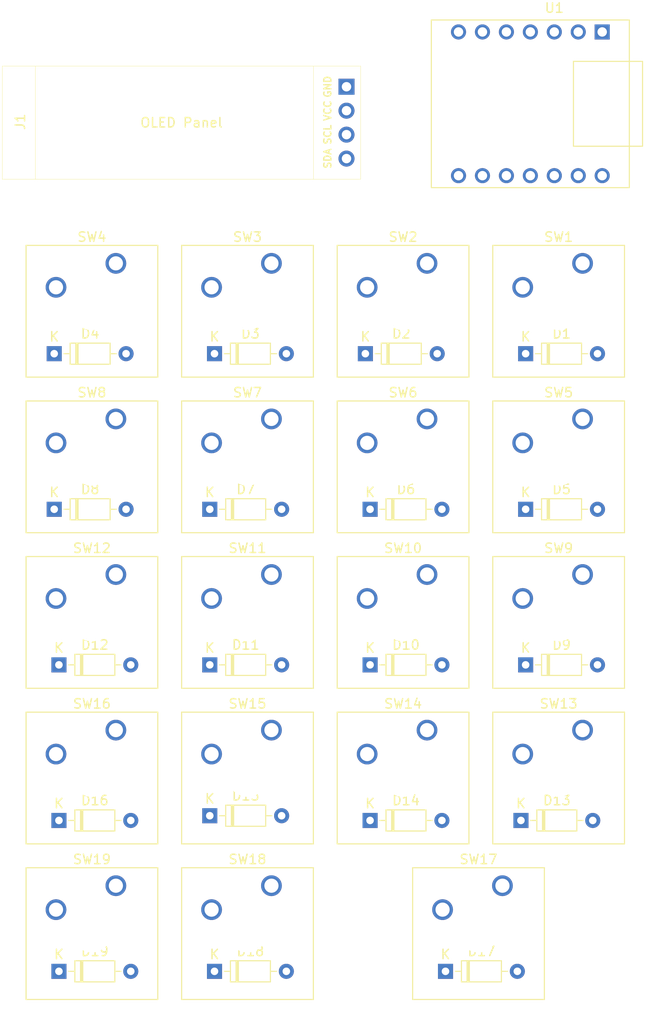
<source format=kicad_pcb>
(kicad_pcb (version 20240108) (generator "pcbnew") (generator_version "8.0")
  (layers (0 "F.Cu" signal) (31 "B.Cu" signal) (34 "B.Paste" user) (35 "F.Paste" user) (36 "B.SilkS" user "B.Silkscreen") (37 "F.SilkS" user "F.Silkscreen") (38 "B.Mask" user) (39 "F.Mask" user) (44 "Edge.Cuts" user))
  (net 0 "")
  (net 1 "Net-(D1-A)")
  (net 2 "row 1")
  (net 3 "Net-(D2-A)")
  (net 4 "Net-(D3-A)")
  (net 5 "Net-(D4-A)")
  (net 6 "Net-(D5-A)")
  (net 7 "row 2")
  (net 8 "Net-(D6-A)")
  (net 9 "Net-(D7-A)")
  (net 10 "Net-(D8-A)")
  (net 11 "Net-(D9-A)")
  (net 12 "row 3")
  (net 13 "Net-(D10-A)")
  (net 14 "row 4")
  (net 15 "Net-(D11-A)")
  (net 16 "Net-(D12-A)")
  (net 17 "Net-(D13-A)")
  (net 18 "Net-(D14-A)")
  (net 19 "Net-(D15-A)")
  (net 20 "Net-(D16-A)")
  (net 21 "row 5")
  (net 22 "Net-(D17-A)")
  (net 23 "Net-(D18-A)")
  (net 24 "Net-(D19-A)")
  (net 25 "SCL")
  (net 26 "SDA")
  (net 27 "VCC")
  (net 28 "GND")
  (net 29 "col 1")
  (net 30 "col 2")
  (net 31 "col 3")
  (net 32 "col 4")
  (footprint "Diode_THT:D_DO-35_SOD27_P7.62mm_Horizontal" (layer "F.Cu") (at 222 65)
    (property "Reference" "D8" (at 3.81 -2.12 0) (layer "F.SilkS"))
    (property "Value" "1N4148")
    (fp_line (start 1.04 0) (end 1.69 0) (stroke (width 0.12)) (layer "F.SilkS"))
    (fp_line (start 1.69 -1.12) (end 1.69 1.12) (stroke (width 0.12)) (layer "F.SilkS"))
    (fp_line (start 1.69 1.12) (end 5.93 1.12) (stroke (width 0.12)) (layer "F.SilkS"))
    (fp_line (start 2.29 -1.12) (end 2.29 1.12) (stroke (width 0.12)) (layer "F.SilkS"))
    (fp_line (start 2.41 -1.12) (end 2.41 1.12) (stroke (width 0.12)) (layer "F.SilkS"))
    (fp_line (start 2.53 -1.12) (end 2.53 1.12) (stroke (width 0.12)) (layer "F.SilkS"))
    (fp_line (start 5.93 -1.12) (end 1.69 -1.12) (stroke (width 0.12)) (layer "F.SilkS"))
    (fp_line (start 5.93 1.12) (end 5.93 -1.12) (stroke (width 0.12)) (layer "F.SilkS"))
    (fp_line (start 6.58 0) (end 5.93 0) (stroke (width 0.12)) (layer "F.SilkS"))
    (fp_text user "K" (at 0 -1.8 0) (layer "F.SilkS"))
    (pad "1" thru_hole rect (at 0 0) (size 1.6 1.6) (drill 0.8) (layers "*.Cu" "*.Mask") (net 7 "row 2"))
    (pad "2" thru_hole oval (at 7.62 0) (size 1.6 1.6) (drill 0.8) (layers "*.Cu" "*.Mask") (net 10 "Net-(D8-A)"))
  )
  (footprint "Diode_THT:D_DO-35_SOD27_P7.62mm_Horizontal" (layer "F.Cu") (at 222 48.5)
    (property "Reference" "D4" (at 3.81 -2.12 0) (layer "F.SilkS"))
    (property "Value" "1N4148")
    (fp_line (start 1.04 0) (end 1.69 0) (stroke (width 0.12)) (layer "F.SilkS"))
    (fp_line (start 1.69 -1.12) (end 1.69 1.12) (stroke (width 0.12)) (layer "F.SilkS"))
    (fp_line (start 1.69 1.12) (end 5.93 1.12) (stroke (width 0.12)) (layer "F.SilkS"))
    (fp_line (start 2.29 -1.12) (end 2.29 1.12) (stroke (width 0.12)) (layer "F.SilkS"))
    (fp_line (start 2.41 -1.12) (end 2.41 1.12) (stroke (width 0.12)) (layer "F.SilkS"))
    (fp_line (start 2.53 -1.12) (end 2.53 1.12) (stroke (width 0.12)) (layer "F.SilkS"))
    (fp_line (start 5.93 -1.12) (end 1.69 -1.12) (stroke (width 0.12)) (layer "F.SilkS"))
    (fp_line (start 5.93 1.12) (end 5.93 -1.12) (stroke (width 0.12)) (layer "F.SilkS"))
    (fp_line (start 6.58 0) (end 5.93 0) (stroke (width 0.12)) (layer "F.SilkS"))
    (fp_text user "K" (at 0 -1.8 0) (layer "F.SilkS"))
    (pad "1" thru_hole rect (at 0 0) (size 1.6 1.6) (drill 0.8) (layers "*.Cu" "*.Mask") (net 2 "row 1"))
    (pad "2" thru_hole oval (at 7.62 0) (size 1.6 1.6) (drill 0.8) (layers "*.Cu" "*.Mask") (net 5 "Net-(D4-A)"))
  )
  (footprint "Diode_THT:D_DO-35_SOD27_P7.62mm_Horizontal" (layer "F.Cu") (at 272 65)
    (property "Reference" "D5" (at 3.81 -2.12 0) (layer "F.SilkS"))
    (property "Value" "1N4148")
    (fp_line (start 1.04 0) (end 1.69 0) (stroke (width 0.12)) (layer "F.SilkS"))
    (fp_line (start 1.69 -1.12) (end 1.69 1.12) (stroke (width 0.12)) (layer "F.SilkS"))
    (fp_line (start 1.69 1.12) (end 5.93 1.12) (stroke (width 0.12)) (layer "F.SilkS"))
    (fp_line (start 2.29 -1.12) (end 2.29 1.12) (stroke (width 0.12)) (layer "F.SilkS"))
    (fp_line (start 2.41 -1.12) (end 2.41 1.12) (stroke (width 0.12)) (layer "F.SilkS"))
    (fp_line (start 2.53 -1.12) (end 2.53 1.12) (stroke (width 0.12)) (layer "F.SilkS"))
    (fp_line (start 5.93 -1.12) (end 1.69 -1.12) (stroke (width 0.12)) (layer "F.SilkS"))
    (fp_line (start 5.93 1.12) (end 5.93 -1.12) (stroke (width 0.12)) (layer "F.SilkS"))
    (fp_line (start 6.58 0) (end 5.93 0) (stroke (width 0.12)) (layer "F.SilkS"))
    (fp_text user "K" (at 0 -1.8 0) (layer "F.SilkS"))
    (pad "1" thru_hole rect (at 0 0) (size 1.6 1.6) (drill 0.8) (layers "*.Cu" "*.Mask") (net 7 "row 2"))
    (pad "2" thru_hole oval (at 7.62 0) (size 1.6 1.6) (drill 0.8) (layers "*.Cu" "*.Mask") (net 6 "Net-(D5-A)"))
  )
  (footprint "Button_Switch_Keyboard:SW_Cherry_MX_1.00u_PCB" (layer "F.Cu") (at 228.54 71.92)
    (property "Reference" "SW12" (at -2.54 -2.794 360) (layer "F.SilkS"))
    (property "Value" "SW_Push")
    (fp_line (start -9.525 -1.905) (end 4.445 -1.905) (stroke (width 0.12)) (layer "F.SilkS"))
    (fp_line (start -9.525 12.065) (end -9.525 -1.905) (stroke (width 0.12)) (layer "F.SilkS"))
    (fp_line (start 4.445 -1.905) (end 4.445 12.065) (stroke (width 0.12)) (layer "F.SilkS"))
    (fp_line (start 4.445 12.065) (end -9.525 12.065) (stroke (width 0.12)) (layer "F.SilkS"))
    (pad "" np_thru_hole circle (at -7.62 5.08) (size 1.7 1.7) (drill 1.7) (layers "*.Cu" "*.Mask"))
    (pad "" np_thru_hole circle (at -2.54 5.08) (size 4 4) (drill 4) (layers "*.Cu" "*.Mask"))
    (pad "" np_thru_hole circle (at 2.54 5.08) (size 1.7 1.7) (drill 1.7) (layers "*.Cu" "*.Mask"))
    (pad "1" thru_hole circle (at 0 0) (size 2.2 2.2) (drill 1.5) (layers "*.Cu" "*.Mask") (net 30 "col 2"))
    (pad "2" thru_hole circle (at -6.35 2.54) (size 2.2 2.2) (drill 1.5) (layers "*.Cu" "*.Mask") (net 16 "Net-(D12-A)"))
  )
  (footprint "Diode_THT:D_DO-35_SOD27_P7.62mm_Horizontal" (layer "F.Cu") (at 238.5 81.5)
    (property "Reference" "D11" (at 3.81 -2.12 0) (layer "F.SilkS"))
    (property "Value" "1N4148")
    (fp_line (start 1.04 0) (end 1.69 0) (stroke (width 0.12)) (layer "F.SilkS"))
    (fp_line (start 1.69 -1.12) (end 1.69 1.12) (stroke (width 0.12)) (layer "F.SilkS"))
    (fp_line (start 1.69 1.12) (end 5.93 1.12) (stroke (width 0.12)) (layer "F.SilkS"))
    (fp_line (start 2.29 -1.12) (end 2.29 1.12) (stroke (width 0.12)) (layer "F.SilkS"))
    (fp_line (start 2.41 -1.12) (end 2.41 1.12) (stroke (width 0.12)) (layer "F.SilkS"))
    (fp_line (start 2.53 -1.12) (end 2.53 1.12) (stroke (width 0.12)) (layer "F.SilkS"))
    (fp_line (start 5.93 -1.12) (end 1.69 -1.12) (stroke (width 0.12)) (layer "F.SilkS"))
    (fp_line (start 5.93 1.12) (end 5.93 -1.12) (stroke (width 0.12)) (layer "F.SilkS"))
    (fp_line (start 6.58 0) (end 5.93 0) (stroke (width 0.12)) (layer "F.SilkS"))
    (fp_text user "K" (at 0 -1.8 0) (layer "F.SilkS"))
    (pad "1" thru_hole rect (at 0 0) (size 1.6 1.6) (drill 0.8) (layers "*.Cu" "*.Mask") (net 12 "row 3"))
    (pad "2" thru_hole oval (at 7.62 0) (size 1.6 1.6) (drill 0.8) (layers "*.Cu" "*.Mask") (net 15 "Net-(D11-A)"))
  )
  (footprint "Seeeduino-xiao-rp2040-KiCAD-Library:MOUDLE14P-2.54-21X17.8MM" (layer "F.Cu") (at 272.5 22)
    (property "Reference" "U1" (at 2.54 -10.16 0) (layer "F.SilkS"))
    (property "Value" "SEEED-XIAO")
    (fp_rect (start -10.5 -8.89) (end 10.5 8.89) (stroke (width 0.12)) (fill none) (layer "F.SilkS"))
    (fp_rect (start 4.57 -4.5) (end 11.9 4.5) (stroke (width 0.12)) (fill none) (layer "F.SilkS"))
    (pad "1" thru_hole rect (at 7.62 -7.62) (size 1.6 1.6) (drill 1) (layers "*.Cu" "*.Mask") (net 25 "SCL"))
    (pad "2" thru_hole circle (at 5.08 -7.62) (size 1.6 1.6) (drill 1) (layers "*.Cu" "*.Mask") (net 29 "col 1"))
    (pad "3" thru_hole circle (at 2.54 -7.62) (size 1.6 1.6) (drill 1) (layers "*.Cu" "*.Mask") (net 30 "col 2"))
    (pad "4" thru_hole circle (at 0 -7.62) (size 1.6 1.6) (drill 1) (layers "*.Cu" "*.Mask") (net 31 "col 3"))
    (pad "5" thru_hole circle (at -2.54 -7.62) (size 1.6 1.6) (drill 1) (layers "*.Cu" "*.Mask") (net 32 "col 4"))
    (pad "6" thru_hole circle (at -5.08 -7.62) (size 1.6 1.6) (drill 1) (layers "*.Cu" "*.Mask") (net 2 "row 1"))
    (pad "7" thru_hole circle (at -7.62 -7.62) (size 1.6 1.6) (drill 1) (layers "*.Cu" "*.Mask") (net 7 "row 2"))
    (pad "8" thru_hole circle (at -7.62 7.62) (size 1.6 1.6) (drill 1) (layers "*.Cu" "*.Mask") (net 27 "VCC"))
    (pad "9" thru_hole circle (at -5.08 7.62) (size 1.6 1.6) (drill 1) (layers "*.Cu" "*.Mask") (net 28 "GND"))
    (pad "10" thru_hole circle (at -2.54 7.62) (size 1.6 1.6) (drill 1) (layers "*.Cu" "*.Mask") (net 27 "VCC"))
    (pad "11" thru_hole circle (at 0 7.62) (size 1.6 1.6) (drill 1) (layers "*.Cu" "*.Mask") (net 26 "SDA"))
    (pad "12" thru_hole circle (at 2.54 7.62) (size 1.6 1.6) (drill 1) (layers "*.Cu" "*.Mask") (net 21 "row 5"))
    (pad "13" thru_hole circle (at 5.08 7.62) (size 1.6 1.6) (drill 1) (layers "*.Cu" "*.Mask") (net 14 "row 4"))
    (pad "14" thru_hole circle (at 7.62 7.62) (size 1.6 1.6) (drill 1) (layers "*.Cu" "*.Mask") (net 12 "row 3"))
  )
  (footprint "Button_Switch_Keyboard:SW_Cherry_MX_1.00u_PCB" (layer "F.Cu") (at 245.04 38.92)
    (property "Reference" "SW3" (at -2.54 -2.794 360) (layer "F.SilkS"))
    (property "Value" "SW_Push")
    (fp_line (start -9.525 -1.905) (end 4.445 -1.905) (stroke (width 0.12)) (layer "F.SilkS"))
    (fp_line (start -9.525 12.065) (end -9.525 -1.905) (stroke (width 0.12)) (layer "F.SilkS"))
    (fp_line (start 4.445 -1.905) (end 4.445 12.065) (stroke (width 0.12)) (layer "F.SilkS"))
    (fp_line (start 4.445 12.065) (end -9.525 12.065) (stroke (width 0.12)) (layer "F.SilkS"))
    (pad "" np_thru_hole circle (at -7.62 5.08) (size 1.7 1.7) (drill 1.7) (layers "*.Cu" "*.Mask"))
    (pad "" np_thru_hole circle (at -2.54 5.08) (size 4 4) (drill 4) (layers "*.Cu" "*.Mask"))
    (pad "" np_thru_hole circle (at 2.54 5.08) (size 1.7 1.7) (drill 1.7) (layers "*.Cu" "*.Mask"))
    (pad "1" thru_hole circle (at 0 0) (size 2.2 2.2) (drill 1.5) (layers "*.Cu" "*.Mask") (net 31 "col 3"))
    (pad "2" thru_hole circle (at -6.35 2.54) (size 2.2 2.2) (drill 1.5) (layers "*.Cu" "*.Mask") (net 4 "Net-(D3-A)"))
  )
  (footprint "Diode_THT:D_DO-35_SOD27_P7.62mm_Horizontal" (layer "F.Cu") (at 272 48.5)
    (property "Reference" "D1" (at 3.81 -2.12 0) (layer "F.SilkS"))
    (property "Value" "1N4148")
    (fp_line (start 1.04 0) (end 1.69 0) (stroke (width 0.12)) (layer "F.SilkS"))
    (fp_line (start 1.69 -1.12) (end 1.69 1.12) (stroke (width 0.12)) (layer "F.SilkS"))
    (fp_line (start 1.69 1.12) (end 5.93 1.12) (stroke (width 0.12)) (layer "F.SilkS"))
    (fp_line (start 2.29 -1.12) (end 2.29 1.12) (stroke (width 0.12)) (layer "F.SilkS"))
    (fp_line (start 2.41 -1.12) (end 2.41 1.12) (stroke (width 0.12)) (layer "F.SilkS"))
    (fp_line (start 2.53 -1.12) (end 2.53 1.12) (stroke (width 0.12)) (layer "F.SilkS"))
    (fp_line (start 5.93 -1.12) (end 1.69 -1.12) (stroke (width 0.12)) (layer "F.SilkS"))
    (fp_line (start 5.93 1.12) (end 5.93 -1.12) (stroke (width 0.12)) (layer "F.SilkS"))
    (fp_line (start 6.58 0) (end 5.93 0) (stroke (width 0.12)) (layer "F.SilkS"))
    (fp_text user "K" (at 0 -1.8 0) (layer "F.SilkS"))
    (pad "1" thru_hole rect (at 0 0) (size 1.6 1.6) (drill 0.8) (layers "*.Cu" "*.Mask") (net 2 "row 1"))
    (pad "2" thru_hole oval (at 7.62 0) (size 1.6 1.6) (drill 0.8) (layers "*.Cu" "*.Mask") (net 1 "Net-(D1-A)"))
  )
  (footprint "Button_Switch_Keyboard:SW_Cherry_MX_1.00u_PCB" (layer "F.Cu") (at 261.54 88.42)
    (property "Reference" "SW14" (at -2.54 -2.794 360) (layer "F.SilkS"))
    (property "Value" "SW_Push")
    (fp_line (start -9.525 -1.905) (end 4.445 -1.905) (stroke (width 0.12)) (layer "F.SilkS"))
    (fp_line (start -9.525 12.065) (end -9.525 -1.905) (stroke (width 0.12)) (layer "F.SilkS"))
    (fp_line (start 4.445 -1.905) (end 4.445 12.065) (stroke (width 0.12)) (layer "F.SilkS"))
    (fp_line (start 4.445 12.065) (end -9.525 12.065) (stroke (width 0.12)) (layer "F.SilkS"))
    (pad "" np_thru_hole circle (at -7.62 5.08) (size 1.7 1.7) (drill 1.7) (layers "*.Cu" "*.Mask"))
    (pad "" np_thru_hole circle (at -2.54 5.08) (size 4 4) (drill 4) (layers "*.Cu" "*.Mask"))
    (pad "" np_thru_hole circle (at 2.54 5.08) (size 1.7 1.7) (drill 1.7) (layers "*.Cu" "*.Mask"))
    (pad "1" thru_hole circle (at 0 0) (size 2.2 2.2) (drill 1.5) (layers "*.Cu" "*.Mask") (net 31 "col 3"))
    (pad "2" thru_hole circle (at -6.35 2.54) (size 2.2 2.2) (drill 1.5) (layers "*.Cu" "*.Mask") (net 18 "Net-(D14-A)"))
  )
  (footprint "Diode_THT:D_DO-35_SOD27_P7.62mm_Horizontal" (layer "F.Cu") (at 239 48.5)
    (property "Reference" "D3" (at 3.81 -2.12 0) (layer "F.SilkS"))
    (property "Value" "1N4148")
    (fp_line (start 1.04 0) (end 1.69 0) (stroke (width 0.12)) (layer "F.SilkS"))
    (fp_line (start 1.69 -1.12) (end 1.69 1.12) (stroke (width 0.12)) (layer "F.SilkS"))
    (fp_line (start 1.69 1.12) (end 5.93 1.12) (stroke (width 0.12)) (layer "F.SilkS"))
    (fp_line (start 2.29 -1.12) (end 2.29 1.12) (stroke (width 0.12)) (layer "F.SilkS"))
    (fp_line (start 2.41 -1.12) (end 2.41 1.12) (stroke (width 0.12)) (layer "F.SilkS"))
    (fp_line (start 2.53 -1.12) (end 2.53 1.12) (stroke (width 0.12)) (layer "F.SilkS"))
    (fp_line (start 5.93 -1.12) (end 1.69 -1.12) (stroke (width 0.12)) (layer "F.SilkS"))
    (fp_line (start 5.93 1.12) (end 5.93 -1.12) (stroke (width 0.12)) (layer "F.SilkS"))
    (fp_line (start 6.58 0) (end 5.93 0) (stroke (width 0.12)) (layer "F.SilkS"))
    (fp_text user "K" (at 0 -1.8 0) (layer "F.SilkS"))
    (pad "1" thru_hole rect (at 0 0) (size 1.6 1.6) (drill 0.8) (layers "*.Cu" "*.Mask") (net 2 "row 1"))
    (pad "2" thru_hole oval (at 7.62 0) (size 1.6 1.6) (drill 0.8) (layers "*.Cu" "*.Mask") (net 4 "Net-(D3-A)"))
  )
  (footprint "Button_Switch_Keyboard:SW_Cherry_MX_1.00u_PCB" (layer "F.Cu") (at 269.54 104.92)
    (property "Reference" "SW17" (at -2.54 -2.794 360) (layer "F.SilkS"))
    (property "Value" "SW_Push")
    (fp_line (start -9.525 -1.905) (end 4.445 -1.905) (stroke (width 0.12)) (layer "F.SilkS"))
    (fp_line (start -9.525 12.065) (end -9.525 -1.905) (stroke (width 0.12)) (layer "F.SilkS"))
    (fp_line (start 4.445 -1.905) (end 4.445 12.065) (stroke (width 0.12)) (layer "F.SilkS"))
    (fp_line (start 4.445 12.065) (end -9.525 12.065) (stroke (width 0.12)) (layer "F.SilkS"))
    (pad "" np_thru_hole circle (at -7.62 5.08) (size 1.7 1.7) (drill 1.7) (layers "*.Cu" "*.Mask"))
    (pad "" np_thru_hole circle (at -2.54 5.08) (size 4 4) (drill 4) (layers "*.Cu" "*.Mask"))
    (pad "" np_thru_hole circle (at 2.54 5.08) (size 1.7 1.7) (drill 1.7) (layers "*.Cu" "*.Mask"))
    (pad "1" thru_hole circle (at 0 0) (size 2.2 2.2) (drill 1.5) (layers "*.Cu" "*.Mask") (net 29 "col 1"))
    (pad "2" thru_hole circle (at -6.35 2.54) (size 2.2 2.2) (drill 1.5) (layers "*.Cu" "*.Mask") (net 22 "Net-(D17-A)"))
  )
  (footprint "Button_Switch_Keyboard:SW_Cherry_MX_1.00u_PCB" (layer "F.Cu") (at 261.54 38.92)
    (property "Reference" "SW2" (at -2.54 -2.794 360) (layer "F.SilkS"))
    (property "Value" "SW_Push")
    (fp_line (start -9.525 -1.905) (end 4.445 -1.905) (stroke (width 0.12)) (layer "F.SilkS"))
    (fp_line (start -9.525 12.065) (end -9.525 -1.905) (stroke (width 0.12)) (layer "F.SilkS"))
    (fp_line (start 4.445 -1.905) (end 4.445 12.065) (stroke (width 0.12)) (layer "F.SilkS"))
    (fp_line (start 4.445 12.065) (end -9.525 12.065) (stroke (width 0.12)) (layer "F.SilkS"))
    (pad "" np_thru_hole circle (at -7.62 5.08) (size 1.7 1.7) (drill 1.7) (layers "*.Cu" "*.Mask"))
    (pad "" np_thru_hole circle (at -2.54 5.08) (size 4 4) (drill 4) (layers "*.Cu" "*.Mask"))
    (pad "" np_thru_hole circle (at 2.54 5.08) (size 1.7 1.7) (drill 1.7) (layers "*.Cu" "*.Mask"))
    (pad "1" thru_hole circle (at 0 0) (size 2.2 2.2) (drill 1.5) (layers "*.Cu" "*.Mask") (net 30 "col 2"))
    (pad "2" thru_hole circle (at -6.35 2.54) (size 2.2 2.2) (drill 1.5) (layers "*.Cu" "*.Mask") (net 3 "Net-(D2-A)"))
  )
  (footprint "Button_Switch_Keyboard:SW_Cherry_MX_1.00u_PCB" (layer "F.Cu") (at 245.04 55.42)
    (property "Reference" "SW7" (at -2.54 -2.794 360) (layer "F.SilkS"))
    (property "Value" "SW_Push")
    (fp_line (start -9.525 -1.905) (end 4.445 -1.905) (stroke (width 0.12)) (layer "F.SilkS"))
    (fp_line (start -9.525 12.065) (end -9.525 -1.905) (stroke (width 0.12)) (layer "F.SilkS"))
    (fp_line (start 4.445 -1.905) (end 4.445 12.065) (stroke (width 0.12)) (layer "F.SilkS"))
    (fp_line (start 4.445 12.065) (end -9.525 12.065) (stroke (width 0.12)) (layer "F.SilkS"))
    (pad "" np_thru_hole circle (at -7.62 5.08) (size 1.7 1.7) (drill 1.7) (layers "*.Cu" "*.Mask"))
    (pad "" np_thru_hole circle (at -2.54 5.08) (size 4 4) (drill 4) (layers "*.Cu" "*.Mask"))
    (pad "" np_thru_hole circle (at 2.54 5.08) (size 1.7 1.7) (drill 1.7) (layers "*.Cu" "*.Mask"))
    (pad "1" thru_hole circle (at 0 0) (size 2.2 2.2) (drill 1.5) (layers "*.Cu" "*.Mask") (net 31 "col 3"))
    (pad "2" thru_hole circle (at -6.35 2.54) (size 2.2 2.2) (drill 1.5) (layers "*.Cu" "*.Mask") (net 9 "Net-(D7-A)"))
  )
  (footprint "Button_Switch_Keyboard:SW_Cherry_MX_1.00u_PCB" (layer "F.Cu") (at 245.04 104.92)
    (property "Reference" "SW18" (at -2.54 -2.794 360) (layer "F.SilkS"))
    (property "Value" "SW_Push")
    (fp_line (start -9.525 -1.905) (end 4.445 -1.905) (stroke (width 0.12)) (layer "F.SilkS"))
    (fp_line (start -9.525 12.065) (end -9.525 -1.905) (stroke (width 0.12)) (layer "F.SilkS"))
    (fp_line (start 4.445 -1.905) (end 4.445 12.065) (stroke (width 0.12)) (layer "F.SilkS"))
    (fp_line (start 4.445 12.065) (end -9.525 12.065) (stroke (width 0.12)) (layer "F.SilkS"))
    (pad "" np_thru_hole circle (at -7.62 5.08) (size 1.7 1.7) (drill 1.7) (layers "*.Cu" "*.Mask"))
    (pad "" np_thru_hole circle (at -2.54 5.08) (size 4 4) (drill 4) (layers "*.Cu" "*.Mask"))
    (pad "" np_thru_hole circle (at 2.54 5.08) (size 1.7 1.7) (drill 1.7) (layers "*.Cu" "*.Mask"))
    (pad "1" thru_hole circle (at 0 0) (size 2.2 2.2) (drill 1.5) (layers "*.Cu" "*.Mask") (net 30 "col 2"))
    (pad "2" thru_hole circle (at -6.35 2.54) (size 2.2 2.2) (drill 1.5) (layers "*.Cu" "*.Mask") (net 23 "Net-(D18-A)"))
  )
  (footprint "Diode_THT:D_DO-35_SOD27_P7.62mm_Horizontal" (layer "F.Cu") (at 222.5 98)
    (property "Reference" "D16" (at 3.81 -2.12 0) (layer "F.SilkS"))
    (property "Value" "1N4148")
    (fp_line (start 1.04 0) (end 1.69 0) (stroke (width 0.12)) (layer "F.SilkS"))
    (fp_line (start 1.69 -1.12) (end 1.69 1.12) (stroke (width 0.12)) (layer "F.SilkS"))
    (fp_line (start 1.69 1.12) (end 5.93 1.12) (stroke (width 0.12)) (layer "F.SilkS"))
    (fp_line (start 2.29 -1.12) (end 2.29 1.12) (stroke (width 0.12)) (layer "F.SilkS"))
    (fp_line (start 2.41 -1.12) (end 2.41 1.12) (stroke (width 0.12)) (layer "F.SilkS"))
    (fp_line (start 2.53 -1.12) (end 2.53 1.12) (stroke (width 0.12)) (layer "F.SilkS"))
    (fp_line (start 5.93 -1.12) (end 1.69 -1.12) (stroke (width 0.12)) (layer "F.SilkS"))
    (fp_line (start 5.93 1.12) (end 5.93 -1.12) (stroke (width 0.12)) (layer "F.SilkS"))
    (fp_line (start 6.58 0) (end 5.93 0) (stroke (width 0.12)) (layer "F.SilkS"))
    (fp_text user "K" (at 0 -1.8 0) (layer "F.SilkS"))
    (pad "1" thru_hole rect (at 0 0) (size 1.6 1.6) (drill 0.8) (layers "*.Cu" "*.Mask") (net 14 "row 4"))
    (pad "2" thru_hole oval (at 7.62 0) (size 1.6 1.6) (drill 0.8) (layers "*.Cu" "*.Mask") (net 20 "Net-(D16-A)"))
  )
  (footprint "Diode_THT:D_DO-35_SOD27_P7.62mm_Horizontal" (layer "F.Cu") (at 238.5 65)
    (property "Reference" "D7" (at 3.81 -2.12 0) (layer "F.SilkS"))
    (property "Value" "1N4148")
    (fp_line (start 1.04 0) (end 1.69 0) (stroke (width 0.12)) (layer "F.SilkS"))
    (fp_line (start 1.69 -1.12) (end 1.69 1.12) (stroke (width 0.12)) (layer "F.SilkS"))
    (fp_line (start 1.69 1.12) (end 5.93 1.12) (stroke (width 0.12)) (layer "F.SilkS"))
    (fp_line (start 2.29 -1.12) (end 2.29 1.12) (stroke (width 0.12)) (layer "F.SilkS"))
    (fp_line (start 2.41 -1.12) (end 2.41 1.12) (stroke (width 0.12)) (layer "F.SilkS"))
    (fp_line (start 2.53 -1.12) (end 2.53 1.12) (stroke (width 0.12)) (layer "F.SilkS"))
    (fp_line (start 5.93 -1.12) (end 1.69 -1.12) (stroke (width 0.12)) (layer "F.SilkS"))
    (fp_line (start 5.93 1.12) (end 5.93 -1.12) (stroke (width 0.12)) (layer "F.SilkS"))
    (fp_line (start 6.58 0) (end 5.93 0) (stroke (width 0.12)) (layer "F.SilkS"))
    (fp_text user "K" (at 0 -1.8 0) (layer "F.SilkS"))
    (pad "1" thru_hole rect (at 0 0) (size 1.6 1.6) (drill 0.8) (layers "*.Cu" "*.Mask") (net 7 "row 2"))
    (pad "2" thru_hole oval (at 7.62 0) (size 1.6 1.6) (drill 0.8) (layers "*.Cu" "*.Mask") (net 9 "Net-(D7-A)"))
  )
  (footprint "Diode_THT:D_DO-35_SOD27_P7.62mm_Horizontal" (layer "F.Cu") (at 255.5 65)
    (property "Reference" "D6" (at 3.81 -2.12 0) (layer "F.SilkS"))
    (property "Value" "1N4148")
    (fp_line (start 1.04 0) (end 1.69 0) (stroke (width 0.12)) (layer "F.SilkS"))
    (fp_line (start 1.69 -1.12) (end 1.69 1.12) (stroke (width 0.12)) (layer "F.SilkS"))
    (fp_line (start 1.69 1.12) (end 5.93 1.12) (stroke (width 0.12)) (layer "F.SilkS"))
    (fp_line (start 2.29 -1.12) (end 2.29 1.12) (stroke (width 0.12)) (layer "F.SilkS"))
    (fp_line (start 2.41 -1.12) (end 2.41 1.12) (stroke (width 0.12)) (layer "F.SilkS"))
    (fp_line (start 2.53 -1.12) (end 2.53 1.12) (stroke (width 0.12)) (layer "F.SilkS"))
    (fp_line (start 5.93 -1.12) (end 1.69 -1.12) (stroke (width 0.12)) (layer "F.SilkS"))
    (fp_line (start 5.93 1.12) (end 5.93 -1.12) (stroke (width 0.12)) (layer "F.SilkS"))
    (fp_line (start 6.58 0) (end 5.93 0) (stroke (width 0.12)) (layer "F.SilkS"))
    (fp_text user "K" (at 0 -1.8 0) (layer "F.SilkS"))
    (pad "1" thru_hole rect (at 0 0) (size 1.6 1.6) (drill 0.8) (layers "*.Cu" "*.Mask") (net 7 "row 2"))
    (pad "2" thru_hole oval (at 7.62 0) (size 1.6 1.6) (drill 0.8) (layers "*.Cu" "*.Mask") (net 8 "Net-(D6-A)"))
  )
  (footprint "Button_Switch_Keyboard:SW_Cherry_MX_1.00u_PCB" (layer "F.Cu") (at 245.04 71.92)
    (property "Reference" "SW11" (at -2.54 -2.794 360) (layer "F.SilkS"))
    (property "Value" "SW_Push")
    (fp_line (start -9.525 -1.905) (end 4.445 -1.905) (stroke (width 0.12)) (layer "F.SilkS"))
    (fp_line (start -9.525 12.065) (end -9.525 -1.905) (stroke (width 0.12)) (layer "F.SilkS"))
    (fp_line (start 4.445 -1.905) (end 4.445 12.065) (stroke (width 0.12)) (layer "F.SilkS"))
    (fp_line (start 4.445 12.065) (end -9.525 12.065) (stroke (width 0.12)) (layer "F.SilkS"))
    (pad "" np_thru_hole circle (at -7.62 5.08) (size 1.7 1.7) (drill 1.7) (layers "*.Cu" "*.Mask"))
    (pad "" np_thru_hole circle (at -2.54 5.08) (size 4 4) (drill 4) (layers "*.Cu" "*.Mask"))
    (pad "" np_thru_hole circle (at 2.54 5.08) (size 1.7 1.7) (drill 1.7) (layers "*.Cu" "*.Mask"))
    (pad "1" thru_hole circle (at 0 0) (size 2.2 2.2) (drill 1.5) (layers "*.Cu" "*.Mask") (net 30 "col 2"))
    (pad "2" thru_hole circle (at -6.35 2.54) (size 2.2 2.2) (drill 1.5) (layers "*.Cu" "*.Mask") (net 15 "Net-(D11-A)"))
  )
  (footprint "Button_Switch_Keyboard:SW_Cherry_MX_1.00u_PCB" (layer "F.Cu") (at 278.04 71.92)
    (property "Reference" "SW9" (at -2.54 -2.794 360) (layer "F.SilkS"))
    (property "Value" "SW_Push")
    (fp_line (start -9.525 -1.905) (end 4.445 -1.905) (stroke (width 0.12)) (layer "F.SilkS"))
    (fp_line (start -9.525 12.065) (end -9.525 -1.905) (stroke (width 0.12)) (layer "F.SilkS"))
    (fp_line (start 4.445 -1.905) (end 4.445 12.065) (stroke (width 0.12)) (layer "F.SilkS"))
    (fp_line (start 4.445 12.065) (end -9.525 12.065) (stroke (width 0.12)) (layer "F.SilkS"))
    (pad "" np_thru_hole circle (at -7.62 5.08) (size 1.7 1.7) (drill 1.7) (layers "*.Cu" "*.Mask"))
    (pad "" np_thru_hole circle (at -2.54 5.08) (size 4 4) (drill 4) (layers "*.Cu" "*.Mask"))
    (pad "" np_thru_hole circle (at 2.54 5.08) (size 1.7 1.7) (drill 1.7) (layers "*.Cu" "*.Mask"))
    (pad "1" thru_hole circle (at 0 0) (size 2.2 2.2) (drill 1.5) (layers "*.Cu" "*.Mask") (net 29 "col 1"))
    (pad "2" thru_hole circle (at -6.35 2.54) (size 2.2 2.2) (drill 1.5) (layers "*.Cu" "*.Mask") (net 11 "Net-(D9-A)"))
  )
  (footprint "Button_Switch_Keyboard:SW_Cherry_MX_1.00u_PCB" (layer "F.Cu") (at 245.04 88.42)
    (property "Reference" "SW15" (at -2.54 -2.794 360) (layer "F.SilkS"))
    (property "Value" "SW_Push")
    (fp_line (start -9.525 -1.905) (end 4.445 -1.905) (stroke (width 0.12)) (layer "F.SilkS"))
    (fp_line (start -9.525 12.065) (end -9.525 -1.905) (stroke (width 0.12)) (layer "F.SilkS"))
    (fp_line (start 4.445 -1.905) (end 4.445 12.065) (stroke (width 0.12)) (layer "F.SilkS"))
    (fp_line (start 4.445 12.065) (end -9.525 12.065) (stroke (width 0.12)) (layer "F.SilkS"))
    (pad "" np_thru_hole circle (at -7.62 5.08) (size 1.7 1.7) (drill 1.7) (layers "*.Cu" "*.Mask"))
    (pad "" np_thru_hole circle (at -2.54 5.08) (size 4 4) (drill 4) (layers "*.Cu" "*.Mask"))
    (pad "" np_thru_hole circle (at 2.54 5.08) (size 1.7 1.7) (drill 1.7) (layers "*.Cu" "*.Mask"))
    (pad "1" thru_hole circle (at 0 0) (size 2.2 2.2) (drill 1.5) (layers "*.Cu" "*.Mask") (net 32 "col 4"))
    (pad "2" thru_hole circle (at -6.35 2.54) (size 2.2 2.2) (drill 1.5) (layers "*.Cu" "*.Mask") (net 19 "Net-(D15-A)"))
  )
  (footprint "Diode_THT:D_DO-35_SOD27_P7.62mm_Horizontal" (layer "F.Cu") (at 239 114)
    (property "Reference" "D18" (at 3.81 -2.12 0) (layer "F.SilkS"))
    (property "Value" "1N4148")
    (fp_line (start 1.04 0) (end 1.69 0) (stroke (width 0.12)) (layer "F.SilkS"))
    (fp_line (start 1.69 -1.12) (end 1.69 1.12) (stroke (width 0.12)) (layer "F.SilkS"))
    (fp_line (start 1.69 1.12) (end 5.93 1.12) (stroke (width 0.12)) (layer "F.SilkS"))
    (fp_line (start 2.29 -1.12) (end 2.29 1.12) (stroke (width 0.12)) (layer "F.SilkS"))
    (fp_line (start 2.41 -1.12) (end 2.41 1.12) (stroke (width 0.12)) (layer "F.SilkS"))
    (fp_line (start 2.53 -1.12) (end 2.53 1.12) (stroke (width 0.12)) (layer "F.SilkS"))
    (fp_line (start 5.93 -1.12) (end 1.69 -1.12) (stroke (width 0.12)) (layer "F.SilkS"))
    (fp_line (start 5.93 1.12) (end 5.93 -1.12) (stroke (width 0.12)) (layer "F.SilkS"))
    (fp_line (start 6.58 0) (end 5.93 0) (stroke (width 0.12)) (layer "F.SilkS"))
    (fp_text user "K" (at 0 -1.8 0) (layer "F.SilkS"))
    (pad "1" thru_hole rect (at 0 0) (size 1.6 1.6) (drill 0.8) (layers "*.Cu" "*.Mask") (net 21 "row 5"))
    (pad "2" thru_hole oval (at 7.62 0) (size 1.6 1.6) (drill 0.8) (layers "*.Cu" "*.Mask") (net 23 "Net-(D18-A)"))
  )
  (footprint "Diode_THT:D_DO-35_SOD27_P7.62mm_Horizontal" (layer "F.Cu") (at 272 81.5)
    (property "Reference" "D9" (at 3.81 -2.12 0) (layer "F.SilkS"))
    (property "Value" "1N4148")
    (fp_line (start 1.04 0) (end 1.69 0) (stroke (width 0.12)) (layer "F.SilkS"))
    (fp_line (start 1.69 -1.12) (end 1.69 1.12) (stroke (width 0.12)) (layer "F.SilkS"))
    (fp_line (start 1.69 1.12) (end 5.93 1.12) (stroke (width 0.12)) (layer "F.SilkS"))
    (fp_line (start 2.29 -1.12) (end 2.29 1.12) (stroke (width 0.12)) (layer "F.SilkS"))
    (fp_line (start 2.41 -1.12) (end 2.41 1.12) (stroke (width 0.12)) (layer "F.SilkS"))
    (fp_line (start 2.53 -1.12) (end 2.53 1.12) (stroke (width 0.12)) (layer "F.SilkS"))
    (fp_line (start 5.93 -1.12) (end 1.69 -1.12) (stroke (width 0.12)) (layer "F.SilkS"))
    (fp_line (start 5.93 1.12) (end 5.93 -1.12) (stroke (width 0.12)) (layer "F.SilkS"))
    (fp_line (start 6.58 0) (end 5.93 0) (stroke (width 0.12)) (layer "F.SilkS"))
    (fp_text user "K" (at 0 -1.8 0) (layer "F.SilkS"))
    (pad "1" thru_hole rect (at 0 0) (size 1.6 1.6) (drill 0.8) (layers "*.Cu" "*.Mask") (net 12 "row 3"))
    (pad "2" thru_hole oval (at 7.62 0) (size 1.6 1.6) (drill 0.8) (layers "*.Cu" "*.Mask") (net 11 "Net-(D9-A)"))
  )
  (footprint "Diode_THT:D_DO-35_SOD27_P7.62mm_Horizontal" (layer "F.Cu") (at 238.5 97.5)
    (property "Reference" "D15" (at 3.81 -2.12 0) (layer "F.SilkS"))
    (property "Value" "1N4148")
    (fp_line (start 1.04 0) (end 1.69 0) (stroke (width 0.12)) (layer "F.SilkS"))
    (fp_line (start 1.69 -1.12) (end 1.69 1.12) (stroke (width 0.12)) (layer "F.SilkS"))
    (fp_line (start 1.69 1.12) (end 5.93 1.12) (stroke (width 0.12)) (layer "F.SilkS"))
    (fp_line (start 2.29 -1.12) (end 2.29 1.12) (stroke (width 0.12)) (layer "F.SilkS"))
    (fp_line (start 2.41 -1.12) (end 2.41 1.12) (stroke (width 0.12)) (layer "F.SilkS"))
    (fp_line (start 2.53 -1.12) (end 2.53 1.12) (stroke (width 0.12)) (layer "F.SilkS"))
    (fp_line (start 5.93 -1.12) (end 1.69 -1.12) (stroke (width 0.12)) (layer "F.SilkS"))
    (fp_line (start 5.93 1.12) (end 5.93 -1.12) (stroke (width 0.12)) (layer "F.SilkS"))
    (fp_line (start 6.58 0) (end 5.93 0) (stroke (width 0.12)) (layer "F.SilkS"))
    (fp_text user "K" (at 0 -1.8 0) (layer "F.SilkS"))
    (pad "1" thru_hole rect (at 0 0) (size 1.6 1.6) (drill 0.8) (layers "*.Cu" "*.Mask") (net 12 "row 3"))
    (pad "2" thru_hole oval (at 7.62 0) (size 1.6 1.6) (drill 0.8) (layers "*.Cu" "*.Mask") (net 19 "Net-(D15-A)"))
  )
  (footprint "Button_Switch_Keyboard:SW_Cherry_MX_1.00u_PCB" (layer "F.Cu") (at 278.04 55.42)
    (property "Reference" "SW5" (at -2.54 -2.794 360) (layer "F.SilkS"))
    (property "Value" "SW_Push")
    (fp_line (start -9.525 -1.905) (end 4.445 -1.905) (stroke (width 0.12)) (layer "F.SilkS"))
    (fp_line (start -9.525 12.065) (end -9.525 -1.905) (stroke (width 0.12)) (layer "F.SilkS"))
    (fp_line (start 4.445 -1.905) (end 4.445 12.065) (stroke (width 0.12)) (layer "F.SilkS"))
    (fp_line (start 4.445 12.065) (end -9.525 12.065) (stroke (width 0.12)) (layer "F.SilkS"))
    (pad "" np_thru_hole circle (at -7.62 5.08) (size 1.7 1.7) (drill 1.7) (layers "*.Cu" "*.Mask"))
    (pad "" np_thru_hole circle (at -2.54 5.08) (size 4 4) (drill 4) (layers "*.Cu" "*.Mask"))
    (pad "" np_thru_hole circle (at 2.54 5.08) (size 1.7 1.7) (drill 1.7) (layers "*.Cu" "*.Mask"))
    (pad "1" thru_hole circle (at 0 0) (size 2.2 2.2) (drill 1.5) (layers "*.Cu" "*.Mask") (net 29 "col 1"))
    (pad "2" thru_hole circle (at -6.35 2.54) (size 2.2 2.2) (drill 1.5) (layers "*.Cu" "*.Mask") (net 6 "Net-(D5-A)"))
  )
  (footprint "Button_Switch_Keyboard:SW_Cherry_MX_1.00u_PCB" (layer "F.Cu") (at 228.54 88.42)
    (property "Reference" "SW16" (at -2.54 -2.794 360) (layer "F.SilkS"))
    (property "Value" "SW_Push")
    (fp_line (start -9.525 -1.905) (end 4.445 -1.905) (stroke (width 0.12)) (layer "F.SilkS"))
    (fp_line (start -9.525 12.065) (end -9.525 -1.905) (stroke (width 0.12)) (layer "F.SilkS"))
    (fp_line (start 4.445 -1.905) (end 4.445 12.065) (stroke (width 0.12)) (layer "F.SilkS"))
    (fp_line (start 4.445 12.065) (end -9.525 12.065) (stroke (width 0.12)) (layer "F.SilkS"))
    (pad "" np_thru_hole circle (at -7.62 5.08) (size 1.7 1.7) (drill 1.7) (layers "*.Cu" "*.Mask"))
    (pad "" np_thru_hole circle (at -2.54 5.08) (size 4 4) (drill 4) (layers "*.Cu" "*.Mask"))
    (pad "" np_thru_hole circle (at 2.54 5.08) (size 1.7 1.7) (drill 1.7) (layers "*.Cu" "*.Mask"))
    (pad "1" thru_hole circle (at 0 0) (size 2.2 2.2) (drill 1.5) (layers "*.Cu" "*.Mask") (net 32 "col 4"))
    (pad "2" thru_hole circle (at -6.35 2.54) (size 2.2 2.2) (drill 1.5) (layers "*.Cu" "*.Mask") (net 20 "Net-(D16-A)"))
  )
  (footprint "Diode_THT:D_DO-35_SOD27_P7.62mm_Horizontal" (layer "F.Cu") (at 255 48.5)
    (property "Reference" "D2" (at 3.81 -2.12 0) (layer "F.SilkS"))
    (property "Value" "1N4148")
    (fp_line (start 1.04 0) (end 1.69 0) (stroke (width 0.12)) (layer "F.SilkS"))
    (fp_line (start 1.69 -1.12) (end 1.69 1.12) (stroke (width 0.12)) (layer "F.SilkS"))
    (fp_line (start 1.69 1.12) (end 5.93 1.12) (stroke (width 0.12)) (layer "F.SilkS"))
    (fp_line (start 2.29 -1.12) (end 2.29 1.12) (stroke (width 0.12)) (layer "F.SilkS"))
    (fp_line (start 2.41 -1.12) (end 2.41 1.12) (stroke (width 0.12)) (layer "F.SilkS"))
    (fp_line (start 2.53 -1.12) (end 2.53 1.12) (stroke (width 0.12)) (layer "F.SilkS"))
    (fp_line (start 5.93 -1.12) (end 1.69 -1.12) (stroke (width 0.12)) (layer "F.SilkS"))
    (fp_line (start 5.93 1.12) (end 5.93 -1.12) (stroke (width 0.12)) (layer "F.SilkS"))
    (fp_line (start 6.58 0) (end 5.93 0) (stroke (width 0.12)) (layer "F.SilkS"))
    (fp_text user "K" (at 0 -1.8 0) (layer "F.SilkS"))
    (pad "1" thru_hole rect (at 0 0) (size 1.6 1.6) (drill 0.8) (layers "*.Cu" "*.Mask") (net 2 "row 1"))
    (pad "2" thru_hole oval (at 7.62 0) (size 1.6 1.6) (drill 0.8) (layers "*.Cu" "*.Mask") (net 3 "Net-(D2-A)"))
  )
  (footprint "e:SSD1306-0.91-OLED-4pin-128x32" (layer "F.Cu") (at 216.5 18)
    (property "Reference" "J1" (at 1.9 5.91 90) (layer "F.SilkS"))
    (property "Value" "OLED_Display")
    (fp_line (start 0 0) (end 0 12) (stroke (width 0.04)) (layer "F.SilkS"))
    (fp_line (start 0 12) (end 38 12) (stroke (width 0.04)) (layer "F.SilkS"))
    (fp_line (start 3.5 0) (end 3.5 12) (stroke (width 0.04)) (layer "F.SilkS"))
    (fp_line (start 33 0) (end 33 12) (stroke (width 0.04)) (layer "F.SilkS"))
    (fp_line (start 38 0) (end 0 0) (stroke (width 0.04)) (layer "F.SilkS"))
    (fp_line (start 38 12) (end 38 0) (stroke (width 0.04)) (layer "F.SilkS"))
    (fp_text user "SDA" (at 34.5 9.81 -90) (layer "F.SilkS") (effects (font (size 0.75 0.75))))
    (fp_text user "VCC" (at 34.5 4.73 -90) (layer "F.SilkS") (effects (font (size 0.75 0.75))))
    (fp_text user "OLED Panel" (at 19 6 0) (layer "F.SilkS"))
    (fp_text user "GND" (at 34.5 2.19 -90) (layer "F.SilkS") (effects (font (size 0.75 0.75))))
    (fp_text user "SCL" (at 34.5 7.27 -90) (layer "F.SilkS") (effects (font (size 0.75 0.75))))
    (pad "1" thru_hole rect (at 36.5 2.19) (size 1.7 1.7) (drill 1) (layers "*.Cu" "*.Mask") (net 26 "SDA"))
    (pad "2" thru_hole oval (at 36.5 4.73) (size 1.7 1.7) (drill 1) (layers "*.Cu" "*.Mask") (net 25 "SCL"))
    (pad "3" thru_hole oval (at 36.5 7.27) (size 1.7 1.7) (drill 1) (layers "*.Cu" "*.Mask") (net 27 "VCC"))
    (pad "4" thru_hole oval (at 36.5 9.81) (size 1.7 1.7) (drill 1) (layers "*.Cu" "*.Mask") (net 28 "GND"))
  )
  (footprint "Diode_THT:D_DO-35_SOD27_P7.62mm_Horizontal" (layer "F.Cu") (at 271.5 98)
    (property "Reference" "D13" (at 3.81 -2.12 0) (layer "F.SilkS"))
    (property "Value" "1N4148")
    (fp_line (start 1.04 0) (end 1.69 0) (stroke (width 0.12)) (layer "F.SilkS"))
    (fp_line (start 1.69 -1.12) (end 1.69 1.12) (stroke (width 0.12)) (layer "F.SilkS"))
    (fp_line (start 1.69 1.12) (end 5.93 1.12) (stroke (width 0.12)) (layer "F.SilkS"))
    (fp_line (start 2.29 -1.12) (end 2.29 1.12) (stroke (width 0.12)) (layer "F.SilkS"))
    (fp_line (start 2.41 -1.12) (end 2.41 1.12) (stroke (width 0.12)) (layer "F.SilkS"))
    (fp_line (start 2.53 -1.12) (end 2.53 1.12) (stroke (width 0.12)) (layer "F.SilkS"))
    (fp_line (start 5.93 -1.12) (end 1.69 -1.12) (stroke (width 0.12)) (layer "F.SilkS"))
    (fp_line (start 5.93 1.12) (end 5.93 -1.12) (stroke (width 0.12)) (layer "F.SilkS"))
    (fp_line (start 6.58 0) (end 5.93 0) (stroke (width 0.12)) (layer "F.SilkS"))
    (fp_text user "K" (at 0 -1.8 0) (layer "F.SilkS"))
    (pad "1" thru_hole rect (at 0 0) (size 1.6 1.6) (drill 0.8) (layers "*.Cu" "*.Mask") (net 12 "row 3"))
    (pad "2" thru_hole oval (at 7.62 0) (size 1.6 1.6) (drill 0.8) (layers "*.Cu" "*.Mask") (net 17 "Net-(D13-A)"))
  )
  (footprint "Diode_THT:D_DO-35_SOD27_P7.62mm_Horizontal" (layer "F.Cu") (at 255.5 81.5)
    (property "Reference" "D10" (at 3.81 -2.12 0) (layer "F.SilkS"))
    (property "Value" "1N4148")
    (fp_line (start 1.04 0) (end 1.69 0) (stroke (width 0.12)) (layer "F.SilkS"))
    (fp_line (start 1.69 -1.12) (end 1.69 1.12) (stroke (width 0.12)) (layer "F.SilkS"))
    (fp_line (start 1.69 1.12) (end 5.93 1.12) (stroke (width 0.12)) (layer "F.SilkS"))
    (fp_line (start 2.29 -1.12) (end 2.29 1.12) (stroke (width 0.12)) (layer "F.SilkS"))
    (fp_line (start 2.41 -1.12) (end 2.41 1.12) (stroke (width 0.12)) (layer "F.SilkS"))
    (fp_line (start 2.53 -1.12) (end 2.53 1.12) (stroke (width 0.12)) (layer "F.SilkS"))
    (fp_line (start 5.93 -1.12) (end 1.69 -1.12) (stroke (width 0.12)) (layer "F.SilkS"))
    (fp_line (start 5.93 1.12) (end 5.93 -1.12) (stroke (width 0.12)) (layer "F.SilkS"))
    (fp_line (start 6.58 0) (end 5.93 0) (stroke (width 0.12)) (layer "F.SilkS"))
    (fp_text user "K" (at 0 -1.8 0) (layer "F.SilkS"))
    (pad "1" thru_hole rect (at 0 0) (size 1.6 1.6) (drill 0.8) (layers "*.Cu" "*.Mask") (net 14 "row 4"))
    (pad "2" thru_hole oval (at 7.62 0) (size 1.6 1.6) (drill 0.8) (layers "*.Cu" "*.Mask") (net 13 "Net-(D10-A)"))
  )
  (footprint "Button_Switch_Keyboard:SW_Cherry_MX_1.00u_PCB" (layer "F.Cu") (at 278.04 38.92)
    (property "Reference" "SW1" (at -2.54 -2.794 360) (layer "F.SilkS"))
    (property "Value" "SW_Push")
    (fp_line (start -9.525 -1.905) (end 4.445 -1.905) (stroke (width 0.12)) (layer "F.SilkS"))
    (fp_line (start -9.525 12.065) (end -9.525 -1.905) (stroke (width 0.12)) (layer "F.SilkS"))
    (fp_line (start 4.445 -1.905) (end 4.445 12.065) (stroke (width 0.12)) (layer "F.SilkS"))
    (fp_line (start 4.445 12.065) (end -9.525 12.065) (stroke (width 0.12)) (layer "F.SilkS"))
    (pad "" np_thru_hole circle (at -7.62 5.08) (size 1.7 1.7) (drill 1.7) (layers "*.Cu" "*.Mask"))
    (pad "" np_thru_hole circle (at -2.54 5.08) (size 4 4) (drill 4) (layers "*.Cu" "*.Mask"))
    (pad "" np_thru_hole circle (at 2.54 5.08) (size 1.7 1.7) (drill 1.7) (layers "*.Cu" "*.Mask"))
    (pad "1" thru_hole circle (at 0 0) (size 2.2 2.2) (drill 1.5) (layers "*.Cu" "*.Mask") (net 29 "col 1"))
    (pad "2" thru_hole circle (at -6.35 2.54) (size 2.2 2.2) (drill 1.5) (layers "*.Cu" "*.Mask") (net 1 "Net-(D1-A)"))
  )
  (footprint "Diode_THT:D_DO-35_SOD27_P7.62mm_Horizontal" (layer "F.Cu") (at 255.5 98)
    (property "Reference" "D14" (at 3.81 -2.12 0) (layer "F.SilkS"))
    (property "Value" "1N4148")
    (fp_line (start 1.04 0) (end 1.69 0) (stroke (width 0.12)) (layer "F.SilkS"))
    (fp_line (start 1.69 -1.12) (end 1.69 1.12) (stroke (width 0.12)) (layer "F.SilkS"))
    (fp_line (start 1.69 1.12) (end 5.93 1.12) (stroke (width 0.12)) (layer "F.SilkS"))
    (fp_line (start 2.29 -1.12) (end 2.29 1.12) (stroke (width 0.12)) (layer "F.SilkS"))
    (fp_line (start 2.41 -1.12) (end 2.41 1.12) (stroke (width 0.12)) (layer "F.SilkS"))
    (fp_line (start 2.53 -1.12) (end 2.53 1.12) (stroke (width 0.12)) (layer "F.SilkS"))
    (fp_line (start 5.93 -1.12) (end 1.69 -1.12) (stroke (width 0.12)) (layer "F.SilkS"))
    (fp_line (start 5.93 1.12) (end 5.93 -1.12) (stroke (width 0.12)) (layer "F.SilkS"))
    (fp_line (start 6.58 0) (end 5.93 0) (stroke (width 0.12)) (layer "F.SilkS"))
    (fp_text user "K" (at 0 -1.8 0) (layer "F.SilkS"))
    (pad "1" thru_hole rect (at 0 0) (size 1.6 1.6) (drill 0.8) (layers "*.Cu" "*.Mask") (net 14 "row 4"))
    (pad "2" thru_hole oval (at 7.62 0) (size 1.6 1.6) (drill 0.8) (layers "*.Cu" "*.Mask") (net 18 "Net-(D14-A)"))
  )
  (footprint "Button_Switch_Keyboard:SW_Cherry_MX_1.00u_PCB" (layer "F.Cu") (at 261.54 55.42)
    (property "Reference" "SW6" (at -2.54 -2.794 360) (layer "F.SilkS"))
    (property "Value" "SW_Push")
    (fp_line (start -9.525 -1.905) (end 4.445 -1.905) (stroke (width 0.12)) (layer "F.SilkS"))
    (fp_line (start -9.525 12.065) (end -9.525 -1.905) (stroke (width 0.12)) (layer "F.SilkS"))
    (fp_line (start 4.445 -1.905) (end 4.445 12.065) (stroke (width 0.12)) (layer "F.SilkS"))
    (fp_line (start 4.445 12.065) (end -9.525 12.065) (stroke (width 0.12)) (layer "F.SilkS"))
    (pad "" np_thru_hole circle (at -7.62 5.08) (size 1.7 1.7) (drill 1.7) (layers "*.Cu" "*.Mask"))
    (pad "" np_thru_hole circle (at -2.54 5.08) (size 4 4) (drill 4) (layers "*.Cu" "*.Mask"))
    (pad "" np_thru_hole circle (at 2.54 5.08) (size 1.7 1.7) (drill 1.7) (layers "*.Cu" "*.Mask"))
    (pad "1" thru_hole circle (at 0 0) (size 2.2 2.2) (drill 1.5) (layers "*.Cu" "*.Mask") (net 30 "col 2"))
    (pad "2" thru_hole circle (at -6.35 2.54) (size 2.2 2.2) (drill 1.5) (layers "*.Cu" "*.Mask") (net 8 "Net-(D6-A)"))
  )
  (footprint "Diode_THT:D_DO-35_SOD27_P7.62mm_Horizontal" (layer "F.Cu") (at 222.5 81.5)
    (property "Reference" "D12" (at 3.81 -2.12 0) (layer "F.SilkS"))
    (property "Value" "1N4148")
    (fp_line (start 1.04 0) (end 1.69 0) (stroke (width 0.12)) (layer "F.SilkS"))
    (fp_line (start 1.69 -1.12) (end 1.69 1.12) (stroke (width 0.12)) (layer "F.SilkS"))
    (fp_line (start 1.69 1.12) (end 5.93 1.12) (stroke (width 0.12)) (layer "F.SilkS"))
    (fp_line (start 2.29 -1.12) (end 2.29 1.12) (stroke (width 0.12)) (layer "F.SilkS"))
    (fp_line (start 2.41 -1.12) (end 2.41 1.12) (stroke (width 0.12)) (layer "F.SilkS"))
    (fp_line (start 2.53 -1.12) (end 2.53 1.12) (stroke (width 0.12)) (layer "F.SilkS"))
    (fp_line (start 5.93 -1.12) (end 1.69 -1.12) (stroke (width 0.12)) (layer "F.SilkS"))
    (fp_line (start 5.93 1.12) (end 5.93 -1.12) (stroke (width 0.12)) (layer "F.SilkS"))
    (fp_line (start 6.58 0) (end 5.93 0) (stroke (width 0.12)) (layer "F.SilkS"))
    (fp_text user "K" (at 0 -1.8 0) (layer "F.SilkS"))
    (pad "1" thru_hole rect (at 0 0) (size 1.6 1.6) (drill 0.8) (layers "*.Cu" "*.Mask") (net 14 "row 4"))
    (pad "2" thru_hole oval (at 7.62 0) (size 1.6 1.6) (drill 0.8) (layers "*.Cu" "*.Mask") (net 16 "Net-(D12-A)"))
  )
  (footprint "Button_Switch_Keyboard:SW_Cherry_MX_1.00u_PCB" (layer "F.Cu") (at 278.04 88.42)
    (property "Reference" "SW13" (at -2.54 -2.794 360) (layer "F.SilkS"))
    (property "Value" "SW_Push")
    (fp_line (start -9.525 -1.905) (end 4.445 -1.905) (stroke (width 0.12)) (layer "F.SilkS"))
    (fp_line (start -9.525 12.065) (end -9.525 -1.905) (stroke (width 0.12)) (layer "F.SilkS"))
    (fp_line (start 4.445 -1.905) (end 4.445 12.065) (stroke (width 0.12)) (layer "F.SilkS"))
    (fp_line (start 4.445 12.065) (end -9.525 12.065) (stroke (width 0.12)) (layer "F.SilkS"))
    (pad "" np_thru_hole circle (at -7.62 5.08) (size 1.7 1.7) (drill 1.7) (layers "*.Cu" "*.Mask"))
    (pad "" np_thru_hole circle (at -2.54 5.08) (size 4 4) (drill 4) (layers "*.Cu" "*.Mask"))
    (pad "" np_thru_hole circle (at 2.54 5.08) (size 1.7 1.7) (drill 1.7) (layers "*.Cu" "*.Mask"))
    (pad "1" thru_hole circle (at 0 0) (size 2.2 2.2) (drill 1.5) (layers "*.Cu" "*.Mask") (net 31 "col 3"))
    (pad "2" thru_hole circle (at -6.35 2.54) (size 2.2 2.2) (drill 1.5) (layers "*.Cu" "*.Mask") (net 17 "Net-(D13-A)"))
  )
  (footprint "Diode_THT:D_DO-35_SOD27_P7.62mm_Horizontal" (layer "F.Cu") (at 263.5 114)
    (property "Reference" "D17" (at 3.81 -2.12 0) (layer "F.SilkS"))
    (property "Value" "1N4148")
    (fp_line (start 1.04 0) (end 1.69 0) (stroke (width 0.12)) (layer "F.SilkS"))
    (fp_line (start 1.69 -1.12) (end 1.69 1.12) (stroke (width 0.12)) (layer "F.SilkS"))
    (fp_line (start 1.69 1.12) (end 5.93 1.12) (stroke (width 0.12)) (layer "F.SilkS"))
    (fp_line (start 2.29 -1.12) (end 2.29 1.12) (stroke (width 0.12)) (layer "F.SilkS"))
    (fp_line (start 2.41 -1.12) (end 2.41 1.12) (stroke (width 0.12)) (layer "F.SilkS"))
    (fp_line (start 2.53 -1.12) (end 2.53 1.12) (stroke (width 0.12)) (layer "F.SilkS"))
    (fp_line (start 5.93 -1.12) (end 1.69 -1.12) (stroke (width 0.12)) (layer "F.SilkS"))
    (fp_line (start 5.93 1.12) (end 5.93 -1.12) (stroke (width 0.12)) (layer "F.SilkS"))
    (fp_line (start 6.58 0) (end 5.93 0) (stroke (width 0.12)) (layer "F.SilkS"))
    (fp_text user "K" (at 0 -1.8 0) (layer "F.SilkS"))
    (pad "1" thru_hole rect (at 0 0) (size 1.6 1.6) (drill 0.8) (layers "*.Cu" "*.Mask") (net 21 "row 5"))
    (pad "2" thru_hole oval (at 7.62 0) (size 1.6 1.6) (drill 0.8) (layers "*.Cu" "*.Mask") (net 22 "Net-(D17-A)"))
  )
  (footprint "Button_Switch_Keyboard:SW_Cherry_MX_1.00u_PCB" (layer "F.Cu") (at 228.54 104.92)
    (property "Reference" "SW19" (at -2.54 -2.794 360) (layer "F.SilkS"))
    (property "Value" "SW_Push")
    (fp_line (start -9.525 -1.905) (end 4.445 -1.905) (stroke (width 0.12)) (layer "F.SilkS"))
    (fp_line (start -9.525 12.065) (end -9.525 -1.905) (stroke (width 0.12)) (layer "F.SilkS"))
    (fp_line (start 4.445 -1.905) (end 4.445 12.065) (stroke (width 0.12)) (layer "F.SilkS"))
    (fp_line (start 4.445 12.065) (end -9.525 12.065) (stroke (width 0.12)) (layer "F.SilkS"))
    (pad "" np_thru_hole circle (at -7.62 5.08) (size 1.7 1.7) (drill 1.7) (layers "*.Cu" "*.Mask"))
    (pad "" np_thru_hole circle (at -2.54 5.08) (size 4 4) (drill 4) (layers "*.Cu" "*.Mask"))
    (pad "" np_thru_hole circle (at 2.54 5.08) (size 1.7 1.7) (drill 1.7) (layers "*.Cu" "*.Mask"))
    (pad "1" thru_hole circle (at 0 0) (size 2.2 2.2) (drill 1.5) (layers "*.Cu" "*.Mask") (net 31 "col 3"))
    (pad "2" thru_hole circle (at -6.35 2.54) (size 2.2 2.2) (drill 1.5) (layers "*.Cu" "*.Mask") (net 24 "Net-(D19-A)"))
  )
  (footprint "Button_Switch_Keyboard:SW_Cherry_MX_1.00u_PCB" (layer "F.Cu") (at 228.54 55.42)
    (property "Reference" "SW8" (at -2.54 -2.794 360) (layer "F.SilkS"))
    (property "Value" "SW_Push")
    (fp_line (start -9.525 -1.905) (end 4.445 -1.905) (stroke (width 0.12)) (layer "F.SilkS"))
    (fp_line (start -9.525 12.065) (end -9.525 -1.905) (stroke (width 0.12)) (layer "F.SilkS"))
    (fp_line (start 4.445 -1.905) (end 4.445 12.065) (stroke (width 0.12)) (layer "F.SilkS"))
    (fp_line (start 4.445 12.065) (end -9.525 12.065) (stroke (width 0.12)) (layer "F.SilkS"))
    (pad "" np_thru_hole circle (at -7.62 5.08) (size 1.7 1.7) (drill 1.7) (layers "*.Cu" "*.Mask"))
    (pad "" np_thru_hole circle (at -2.54 5.08) (size 4 4) (drill 4) (layers "*.Cu" "*.Mask"))
    (pad "" np_thru_hole circle (at 2.54 5.08) (size 1.7 1.7) (drill 1.7) (layers "*.Cu" "*.Mask"))
    (pad "1" thru_hole circle (at 0 0) (size 2.2 2.2) (drill 1.5) (layers "*.Cu" "*.Mask") (net 32 "col 4"))
    (pad "2" thru_hole circle (at -6.35 2.54) (size 2.2 2.2) (drill 1.5) (layers "*.Cu" "*.Mask") (net 10 "Net-(D8-A)"))
  )
  (footprint "Diode_THT:D_DO-35_SOD27_P7.62mm_Horizontal" (layer "F.Cu") (at 222.5 114)
    (property "Reference" "D19" (at 3.81 -2.12 0) (layer "F.SilkS"))
    (property "Value" "1N4148")
    (fp_line (start 1.04 0) (end 1.69 0) (stroke (width 0.12)) (layer "F.SilkS"))
    (fp_line (start 1.69 -1.12) (end 1.69 1.12) (stroke (width 0.12)) (layer "F.SilkS"))
    (fp_line (start 1.69 1.12) (end 5.93 1.12) (stroke (width 0.12)) (layer "F.SilkS"))
    (fp_line (start 2.29 -1.12) (end 2.29 1.12) (stroke (width 0.12)) (layer "F.SilkS"))
    (fp_line (start 2.41 -1.12) (end 2.41 1.12) (stroke (width 0.12)) (layer "F.SilkS"))
    (fp_line (start 2.53 -1.12) (end 2.53 1.12) (stroke (width 0.12)) (layer "F.SilkS"))
    (fp_line (start 5.93 -1.12) (end 1.69 -1.12) (stroke (width 0.12)) (layer "F.SilkS"))
    (fp_line (start 5.93 1.12) (end 5.93 -1.12) (stroke (width 0.12)) (layer "F.SilkS"))
    (fp_line (start 6.58 0) (end 5.93 0) (stroke (width 0.12)) (layer "F.SilkS"))
    (fp_text user "K" (at 0 -1.8 0) (layer "F.SilkS"))
    (pad "1" thru_hole rect (at 0 0) (size 1.6 1.6) (drill 0.8) (layers "*.Cu" "*.Mask") (net 21 "row 5"))
    (pad "2" thru_hole oval (at 7.62 0) (size 1.6 1.6) (drill 0.8) (layers "*.Cu" "*.Mask") (net 24 "Net-(D19-A)"))
  )
  (footprint "Button_Switch_Keyboard:SW_Cherry_MX_1.00u_PCB" (layer "F.Cu") (at 261.54 71.92)
    (property "Reference" "SW10" (at -2.54 -2.794 360) (layer "F.SilkS"))
    (property "Value" "SW_Push")
    (fp_line (start -9.525 -1.905) (end 4.445 -1.905) (stroke (width 0.12)) (layer "F.SilkS"))
    (fp_line (start -9.525 12.065) (end -9.525 -1.905) (stroke (width 0.12)) (layer "F.SilkS"))
    (fp_line (start 4.445 -1.905) (end 4.445 12.065) (stroke (width 0.12)) (layer "F.SilkS"))
    (fp_line (start 4.445 12.065) (end -9.525 12.065) (stroke (width 0.12)) (layer "F.SilkS"))
    (pad "" np_thru_hole circle (at -7.62 5.08) (size 1.7 1.7) (drill 1.7) (layers "*.Cu" "*.Mask"))
    (pad "" np_thru_hole circle (at -2.54 5.08) (size 4 4) (drill 4) (layers "*.Cu" "*.Mask"))
    (pad "" np_thru_hole circle (at 2.54 5.08) (size 1.7 1.7) (drill 1.7) (layers "*.Cu" "*.Mask"))
    (pad "1" thru_hole circle (at 0 0) (size 2.2 2.2) (drill 1.5) (layers "*.Cu" "*.Mask") (net 29 "col 1"))
    (pad "2" thru_hole circle (at -6.35 2.54) (size 2.2 2.2) (drill 1.5) (layers "*.Cu" "*.Mask") (net 13 "Net-(D10-A)"))
  )
  (footprint "Button_Switch_Keyboard:SW_Cherry_MX_1.00u_PCB" (layer "F.Cu") (at 228.54 38.92)
    (property "Reference" "SW4" (at -2.54 -2.794 360) (layer "F.SilkS"))
    (property "Value" "SW_Push")
    (fp_line (start -9.525 -1.905) (end 4.445 -1.905) (stroke (width 0.12)) (layer "F.SilkS"))
    (fp_line (start -9.525 12.065) (end -9.525 -1.905) (stroke (width 0.12)) (layer "F.SilkS"))
    (fp_line (start 4.445 -1.905) (end 4.445 12.065) (stroke (width 0.12)) (layer "F.SilkS"))
    (fp_line (start 4.445 12.065) (end -9.525 12.065) (stroke (width 0.12)) (layer "F.SilkS"))
    (pad "" np_thru_hole circle (at -7.62 5.08) (size 1.7 1.7) (drill 1.7) (layers "*.Cu" "*.Mask"))
    (pad "" np_thru_hole circle (at -2.54 5.08) (size 4 4) (drill 4) (layers "*.Cu" "*.Mask"))
    (pad "" np_thru_hole circle (at 2.54 5.08) (size 1.7 1.7) (drill 1.7) (layers "*.Cu" "*.Mask"))
    (pad "1" thru_hole circle (at 0 0) (size 2.2 2.2) (drill 1.5) (layers "*.Cu" "*.Mask") (net 32 "col 4"))
    (pad "2" thru_hole circle (at -6.35 2.54) (size 2.2 2.2) (drill 1.5) (layers "*.Cu" "*.Mask") (net 5 "Net-(D4-A)"))
  )
)
</source>
